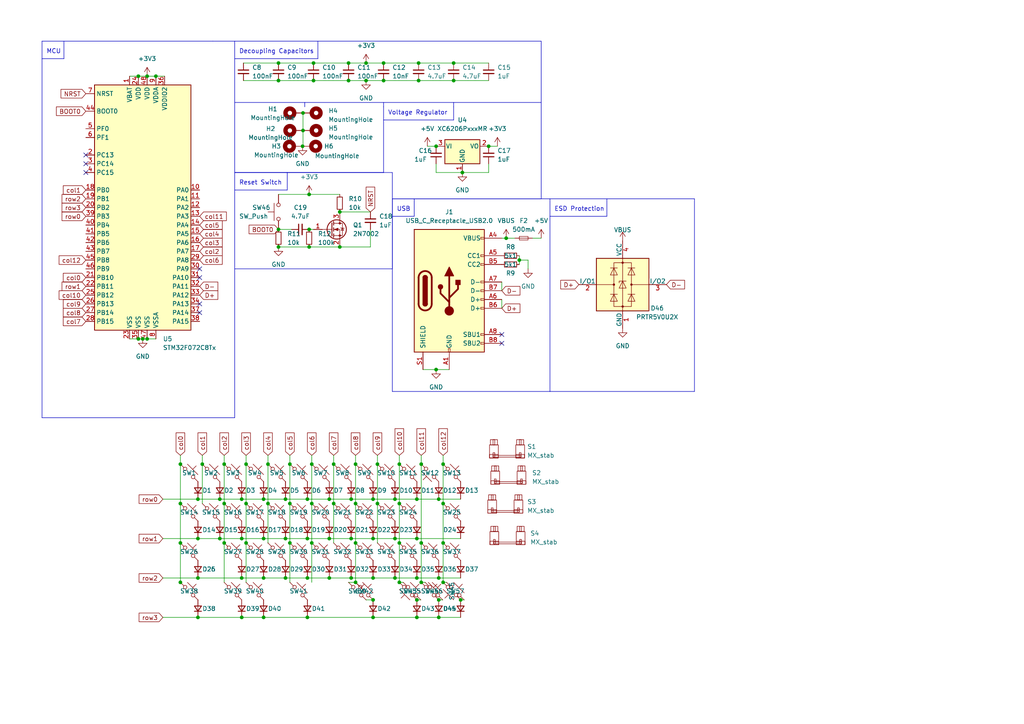
<source format=kicad_sch>
(kicad_sch (version 20230221) (generator eeschema)
  (paper "A4")
  (junction (at 114.554 167.64))
  (junction (at 150.622 75.438))
  (junction (at 103.124 146.05))
  (junction (at 89.154 179.07))
  (junction (at 128.524 157.48))
  (junction (at 108.204 179.07))
  (junction (at 57.404 179.07))
  (junction (at 84.074 157.48))
  (junction (at 65.024 134.62))
  (junction (at 71.374 134.62))
  (junction (at 131.572 23.368))
  (junction (at 103.124 168.91))
  (junction (at 77.724 134.62))
  (junction (at 80.772 66.548))
  (junction (at 109.474 146.05))
  (junction (at 65.024 146.05))
  (junction (at 90.424 134.62))
  (junction (at 87.757 42.418))
  (junction (at 52.324 134.62))
  (junction (at 121.412 23.368))
  (junction (at 58.674 134.62))
  (junction (at 127.254 144.78))
  (junction (at 115.824 168.91))
  (junction (at 80.772 71.628))
  (junction (at 101.092 18.288))
  (junction (at 45.212 22.098))
  (junction (at 89.662 71.628))
  (junction (at 70.104 167.64))
  (junction (at 101.854 167.64))
  (junction (at 90.424 146.05))
  (junction (at 141.732 42.418))
  (junction (at 101.092 23.368))
  (junction (at 89.662 56.388))
  (junction (at 131.572 18.288))
  (junction (at 57.404 156.21))
  (junction (at 90.932 18.288))
  (junction (at 108.204 144.78))
  (junction (at 71.374 146.05))
  (junction (at 76.454 144.78))
  (junction (at 76.454 156.21))
  (junction (at 108.204 173.99))
  (junction (at 126.492 42.418))
  (junction (at 134.112 50.038))
  (junction (at 128.524 146.05))
  (junction (at 41.402 98.298))
  (junction (at 103.124 157.48))
  (junction (at 52.324 168.91))
  (junction (at 121.412 18.288))
  (junction (at 89.154 167.64))
  (junction (at 106.172 18.288))
  (junction (at 82.804 144.78))
  (junction (at 126.492 107.188))
  (junction (at 76.454 167.64))
  (junction (at 52.324 146.05))
  (junction (at 108.204 167.64))
  (junction (at 82.804 156.21))
  (junction (at 96.774 146.05))
  (junction (at 115.824 157.48))
  (junction (at 89.154 144.78))
  (junction (at 95.504 156.21))
  (junction (at 122.174 157.48))
  (junction (at 42.672 98.298))
  (junction (at 111.252 18.288))
  (junction (at 65.024 157.48))
  (junction (at 120.904 167.64))
  (junction (at 127.254 179.07))
  (junction (at 80.772 18.288))
  (junction (at 87.884 32.766))
  (junction (at 103.124 134.62))
  (junction (at 77.724 146.05))
  (junction (at 52.324 157.48))
  (junction (at 120.904 173.99))
  (junction (at 40.132 22.098))
  (junction (at 146.812 69.088))
  (junction (at 111.252 23.368))
  (junction (at 84.074 134.62))
  (junction (at 98.552 71.628))
  (junction (at 95.504 144.78))
  (junction (at 76.454 179.07))
  (junction (at 82.804 167.64))
  (junction (at 42.672 22.098))
  (junction (at 120.904 179.07))
  (junction (at 128.524 168.91))
  (junction (at 133.604 173.99))
  (junction (at 70.104 179.07))
  (junction (at 122.174 168.91))
  (junction (at 96.774 134.62))
  (junction (at 70.104 144.78))
  (junction (at 101.854 156.21))
  (junction (at 114.554 144.78))
  (junction (at 57.404 144.78))
  (junction (at 63.754 144.78))
  (junction (at 115.824 134.62))
  (junction (at 106.172 23.368))
  (junction (at 127.254 173.99))
  (junction (at 108.204 156.21))
  (junction (at 71.374 157.48))
  (junction (at 101.854 144.78))
  (junction (at 120.904 144.78))
  (junction (at 40.132 98.298))
  (junction (at 90.932 23.368))
  (junction (at 84.074 146.05))
  (junction (at 57.404 167.64))
  (junction (at 63.754 156.21))
  (junction (at 115.824 146.05))
  (junction (at 127.254 167.64))
  (junction (at 89.154 156.21))
  (junction (at 122.174 134.62))
  (junction (at 109.474 134.62))
  (junction (at 89.662 66.548))
  (junction (at 120.904 156.21))
  (junction (at 95.504 167.64))
  (junction (at 128.524 134.62))
  (junction (at 98.552 61.468))
  (junction (at 70.104 156.21))
  (junction (at 90.424 157.48))
  (junction (at 80.772 23.368))
  (junction (at 114.554 156.21))
  (junction (at 87.884 37.846))
  (no_connect (at 145.542 99.568))
  (no_connect (at 57.912 80.518))
  (no_connect (at 24.892 47.498))
  (no_connect (at 145.542 97.028))
  (no_connect (at 57.912 90.678))
  (no_connect (at 57.912 77.978))
  (no_connect (at 24.892 44.958))
  (no_connect (at 57.912 88.138))
  (no_connect (at 24.892 50.038))
  (wire (pts (xy 52.324 132.08) (xy 52.324 134.62)))
  (wire (pts (xy 70.104 179.07) (xy 76.454 179.07)))
  (wire (pts (xy 42.672 98.298) (xy 45.212 98.298)))
  (polyline (pts (xy 61.722 11.938) (xy 12.192 11.938)))
  (wire (pts (xy 87.884 37.846) (xy 87.884 42.418)))
  (wire (pts (xy 70.612 23.368) (xy 80.772 23.368)))
  (wire (pts (xy 101.092 168.91) (xy 103.124 168.91)))
  (wire (pts (xy 123.952 42.418) (xy 126.492 42.418)))
  (polyline (pts (xy 120.142 62.738) (xy 120.142 57.658)))
  (wire (pts (xy 52.324 157.48) (xy 52.324 168.91)))
  (wire (pts (xy 107.442 71.628) (xy 107.442 66.548)))
  (wire (pts (xy 115.824 157.48) (xy 115.824 168.91)))
  (wire (pts (xy 122.174 134.62) (xy 122.174 157.48)))
  (wire (pts (xy 42.672 22.098) (xy 45.212 22.098)))
  (polyline (pts (xy 156.972 57.658) (xy 156.972 11.938)))
  (wire (pts (xy 120.904 173.99) (xy 122.047 173.99)))
  (wire (pts (xy 52.324 146.05) (xy 52.324 157.48)))
  (polyline (pts (xy 18.542 11.938) (xy 18.542 17.018)))
  (wire (pts (xy 150.622 74.168) (xy 150.622 75.438)))
  (wire (pts (xy 47.244 144.78) (xy 57.404 144.78)))
  (wire (pts (xy 109.474 134.62) (xy 109.474 146.05)))
  (wire (pts (xy 150.622 75.438) (xy 153.162 75.438)))
  (wire (pts (xy 89.154 167.64) (xy 95.504 167.64)))
  (wire (pts (xy 103.124 132.08) (xy 103.124 134.62)))
  (wire (pts (xy 121.412 23.368) (xy 131.572 23.368)))
  (wire (pts (xy 80.772 18.288) (xy 90.932 18.288)))
  (polyline (pts (xy 159.512 57.658) (xy 159.512 113.538)))
  (wire (pts (xy 131.572 18.288) (xy 141.732 18.288)))
  (wire (pts (xy 87.757 42.418) (xy 87.884 42.418)))
  (polyline (pts (xy 201.422 57.658) (xy 159.512 57.658)))
  (polyline (pts (xy 61.722 11.938) (xy 68.072 11.938)))
  (wire (pts (xy 37.592 22.098) (xy 40.132 22.098)))
  (polyline (pts (xy 111.252 50.038) (xy 111.252 30.988)))
  (wire (pts (xy 127.254 144.78) (xy 133.604 144.78)))
  (wire (pts (xy 101.854 156.21) (xy 108.204 156.21)))
  (polyline (pts (xy 68.072 17.018) (xy 92.202 17.018)))
  (wire (pts (xy 90.932 18.288) (xy 101.092 18.288)))
  (wire (pts (xy 84.074 132.08) (xy 84.074 134.62)))
  (wire (pts (xy 115.824 168.91) (xy 116.967 168.91)))
  (polyline (pts (xy 113.792 50.038) (xy 68.072 50.038)))
  (polyline (pts (xy 111.252 29.718) (xy 111.252 30.988)))
  (wire (pts (xy 109.474 146.05) (xy 109.474 157.48)))
  (polyline (pts (xy 12.192 11.938) (xy 12.192 121.158)))
  (wire (pts (xy 70.104 156.21) (xy 76.454 156.21)))
  (polyline (pts (xy 176.022 62.738) (xy 176.022 57.658)))
  (wire (pts (xy 90.424 146.05) (xy 90.424 157.48)))
  (wire (pts (xy 84.074 134.62) (xy 84.074 146.05)))
  (wire (pts (xy 96.774 132.08) (xy 96.774 134.62)))
  (wire (pts (xy 71.374 146.05) (xy 71.374 157.48)))
  (wire (pts (xy 71.374 134.62) (xy 71.374 146.05)))
  (polyline (pts (xy 113.792 113.538) (xy 113.792 57.658)))
  (wire (pts (xy 120.904 144.78) (xy 127.254 144.78)))
  (wire (pts (xy 126.492 50.038) (xy 126.492 47.498)))
  (wire (pts (xy 82.804 167.64) (xy 89.154 167.64)))
  (wire (pts (xy 114.554 167.64) (xy 120.904 167.64)))
  (wire (pts (xy 114.554 144.78) (xy 120.904 144.78)))
  (wire (pts (xy 63.754 156.21) (xy 70.104 156.21)))
  (wire (pts (xy 98.552 61.468) (xy 107.442 61.468)))
  (wire (pts (xy 52.324 168.91) (xy 52.451 168.91)))
  (wire (pts (xy 103.124 146.05) (xy 103.124 157.48)))
  (wire (pts (xy 141.732 42.418) (xy 144.272 42.418)))
  (wire (pts (xy 146.812 69.088) (xy 149.352 69.088)))
  (wire (pts (xy 90.424 134.62) (xy 90.424 146.05)))
  (polyline (pts (xy 88.392 29.718) (xy 88.392 30.988)))
  (wire (pts (xy 41.402 98.298) (xy 42.672 98.298)))
  (wire (pts (xy 96.774 134.62) (xy 96.774 146.05)))
  (wire (pts (xy 40.132 22.098) (xy 42.672 22.098)))
  (wire (pts (xy 47.244 156.21) (xy 57.404 156.21)))
  (wire (pts (xy 89.662 66.548) (xy 90.932 66.548)))
  (wire (pts (xy 63.754 144.78) (xy 70.104 144.78)))
  (wire (pts (xy 127.254 179.07) (xy 133.604 179.07)))
  (wire (pts (xy 77.724 146.05) (xy 77.724 157.48)))
  (polyline (pts (xy 111.252 34.798) (xy 131.572 34.798)))
  (wire (pts (xy 122.682 107.188) (xy 126.492 107.188)))
  (wire (pts (xy 145.542 86.868) (xy 145.542 89.408)))
  (wire (pts (xy 131.572 23.368) (xy 141.732 23.368)))
  (wire (pts (xy 127.254 167.64) (xy 133.604 167.64)))
  (wire (pts (xy 65.024 134.62) (xy 65.024 146.05)))
  (wire (pts (xy 120.904 179.07) (xy 127.254 179.07)))
  (polyline (pts (xy 68.072 55.118) (xy 83.312 55.118)))
  (wire (pts (xy 57.404 167.64) (xy 70.104 167.64)))
  (wire (pts (xy 89.662 71.628) (xy 98.552 71.628)))
  (wire (pts (xy 101.092 23.368) (xy 106.172 23.368)))
  (wire (pts (xy 89.154 144.78) (xy 95.504 144.78)))
  (polyline (pts (xy 131.572 34.798) (xy 131.572 30.988)))
  (wire (pts (xy 80.772 23.368) (xy 90.932 23.368)))
  (wire (pts (xy 52.324 134.62) (xy 52.324 146.05)))
  (wire (pts (xy 103.124 134.62) (xy 103.124 146.05)))
  (wire (pts (xy 103.124 157.48) (xy 103.124 168.91)))
  (polyline (pts (xy 83.312 55.118) (xy 83.312 50.038)))
  (polyline (pts (xy 131.572 29.718) (xy 131.572 30.988)))
  (polyline (pts (xy 12.192 121.158) (xy 68.072 121.158)))
  (wire (pts (xy 89.662 56.388) (xy 80.772 56.388)))
  (wire (pts (xy 95.504 167.64) (xy 101.854 167.64)))
  (wire (pts (xy 87.884 32.766) (xy 87.884 37.846)))
  (wire (pts (xy 58.674 132.08) (xy 58.674 134.62)))
  (wire (pts (xy 154.432 69.088) (xy 156.972 69.088)))
  (polyline (pts (xy 68.072 77.978) (xy 113.792 77.978)))
  (wire (pts (xy 57.404 144.78) (xy 63.754 144.78)))
  (polyline (pts (xy 12.192 17.018) (xy 18.542 17.018)))
  (polyline (pts (xy 113.792 57.658) (xy 159.512 57.658)))
  (wire (pts (xy 77.724 134.62) (xy 77.724 146.05)))
  (wire (pts (xy 153.162 75.438) (xy 153.162 77.978)))
  (polyline (pts (xy 68.072 121.158) (xy 68.072 11.938)))
  (wire (pts (xy 95.504 144.78) (xy 101.854 144.78)))
  (wire (pts (xy 76.454 156.21) (xy 82.804 156.21)))
  (wire (pts (xy 95.504 156.21) (xy 101.854 156.21)))
  (wire (pts (xy 37.592 98.298) (xy 40.132 98.298)))
  (wire (pts (xy 141.732 50.038) (xy 134.112 50.038)))
  (wire (pts (xy 71.374 157.48) (xy 71.374 168.91)))
  (wire (pts (xy 70.104 144.78) (xy 76.454 144.78)))
  (wire (pts (xy 120.904 156.21) (xy 133.604 156.21)))
  (wire (pts (xy 115.824 132.08) (xy 115.824 134.62)))
  (wire (pts (xy 89.154 156.21) (xy 95.504 156.21)))
  (wire (pts (xy 108.204 167.64) (xy 114.554 167.64)))
  (wire (pts (xy 106.172 173.99) (xy 108.204 173.99)))
  (wire (pts (xy 122.174 168.91) (xy 123.317 168.91)))
  (wire (pts (xy 106.172 23.368) (xy 111.252 23.368)))
  (wire (pts (xy 108.204 179.07) (xy 120.904 179.07)))
  (polyline (pts (xy 113.792 50.038) (xy 113.792 77.978)))
  (wire (pts (xy 70.104 167.64) (xy 76.454 167.64)))
  (wire (pts (xy 80.772 66.548) (xy 84.582 66.548)))
  (wire (pts (xy 40.132 98.298) (xy 41.402 98.298)))
  (wire (pts (xy 101.854 167.64) (xy 108.204 167.64)))
  (wire (pts (xy 89.662 56.388) (xy 98.552 56.388)))
  (wire (pts (xy 80.772 71.628) (xy 89.662 71.628)))
  (polyline (pts (xy 201.422 113.538) (xy 201.422 57.658)))
  (wire (pts (xy 101.092 18.288) (xy 106.172 18.288)))
  (polyline (pts (xy 68.072 11.938) (xy 156.972 11.938)))
  (wire (pts (xy 84.074 157.48) (xy 84.074 168.91)))
  (wire (pts (xy 109.474 132.08) (xy 109.474 134.62)))
  (wire (pts (xy 76.454 144.78) (xy 82.804 144.78)))
  (wire (pts (xy 115.824 146.05) (xy 115.824 157.48)))
  (wire (pts (xy 127.254 173.99) (xy 128.397 173.99)))
  (wire (pts (xy 70.612 18.288) (xy 80.772 18.288)))
  (wire (pts (xy 114.554 156.21) (xy 120.904 156.21)))
  (wire (pts (xy 76.454 167.64) (xy 82.804 167.64)))
  (wire (pts (xy 84.074 146.05) (xy 84.074 157.48)))
  (wire (pts (xy 145.542 81.788) (xy 145.542 84.328)))
  (wire (pts (xy 65.024 157.48) (xy 65.024 168.91)))
  (wire (pts (xy 96.774 146.05) (xy 96.774 157.48)))
  (wire (pts (xy 128.524 157.48) (xy 128.524 168.91)))
  (wire (pts (xy 77.724 132.08) (xy 77.724 134.62)))
  (wire (pts (xy 47.244 179.07) (xy 57.404 179.07)))
  (polyline (pts (xy 156.972 29.718) (xy 68.072 29.718)))
  (wire (pts (xy 90.932 23.368) (xy 101.092 23.368)))
  (wire (pts (xy 134.112 50.038) (xy 126.492 50.038)))
  (wire (pts (xy 133.604 173.99) (xy 134.62 173.99)))
  (wire (pts (xy 111.252 23.368) (xy 121.412 23.368)))
  (wire (pts (xy 58.674 134.62) (xy 58.674 146.05)))
  (polyline (pts (xy 113.792 62.738) (xy 120.142 62.738)))
  (wire (pts (xy 122.174 132.08) (xy 122.174 134.62)))
  (wire (pts (xy 82.804 156.21) (xy 89.154 156.21)))
  (wire (pts (xy 106.172 18.288) (xy 111.252 18.288)))
  (wire (pts (xy 71.374 132.08) (xy 71.374 134.62)))
  (wire (pts (xy 108.204 144.78) (xy 114.554 144.78)))
  (polyline (pts (xy 159.512 113.538) (xy 201.422 113.538)))
  (polyline (pts (xy 68.072 50.038) (xy 111.252 50.038)))
  (wire (pts (xy 98.552 71.628) (xy 107.442 71.628)))
  (wire (pts (xy 150.622 75.438) (xy 150.622 76.708)))
  (wire (pts (xy 146.812 69.088) (xy 145.542 69.088)))
  (wire (pts (xy 108.204 156.21) (xy 114.554 156.21)))
  (wire (pts (xy 65.024 146.05) (xy 65.024 157.48)))
  (wire (pts (xy 128.524 132.08) (xy 128.524 134.62)))
  (wire (pts (xy 122.174 157.48) (xy 122.174 168.91)))
  (wire (pts (xy 101.854 144.78) (xy 108.204 144.78)))
  (wire (pts (xy 126.492 107.188) (xy 130.302 107.188)))
  (wire (pts (xy 121.412 18.288) (xy 131.572 18.288)))
  (wire (pts (xy 65.024 132.08) (xy 65.024 134.62)))
  (wire (pts (xy 115.824 134.62) (xy 115.824 146.05)))
  (wire (pts (xy 141.732 47.498) (xy 141.732 50.038)))
  (wire (pts (xy 57.404 179.07) (xy 70.104 179.07)))
  (polyline (pts (xy 159.512 113.538) (xy 113.792 113.538)))
  (polyline (pts (xy 159.512 62.738) (xy 176.022 62.738)))
  (wire (pts (xy 45.212 22.098) (xy 47.752 22.098)))
  (wire (pts (xy 111.252 18.288) (xy 121.412 18.288)))
  (wire (pts (xy 57.404 156.21) (xy 63.754 156.21)))
  (wire (pts (xy 76.454 179.07) (xy 89.154 179.07)))
  (wire (pts (xy 120.904 167.64) (xy 127.254 167.64)))
  (polyline (pts (xy 92.202 11.938) (xy 92.202 17.018)))
  (wire (pts (xy 82.804 144.78) (xy 89.154 144.78)))
  (wire (pts (xy 128.524 134.62) (xy 128.524 146.05)))
  (wire (pts (xy 90.424 157.48) (xy 90.424 168.91)))
  (wire (pts (xy 89.154 179.07) (xy 108.204 179.07)))
  (wire (pts (xy 128.524 146.05) (xy 128.524 157.48)))
  (polyline (pts (xy 156.972 57.658) (xy 113.792 57.658)))
  (wire (pts (xy 90.424 132.08) (xy 90.424 134.62)))
  (wire (pts (xy 128.524 168.91) (xy 129.54 168.91)))
  (wire (pts (xy 47.244 167.64) (xy 57.404 167.64)))
  (text "Voltage Regulator" (at 112.522 33.528 0) (effects (font (size 1.27 1.27)) (justify left bottom)))
  (text "ESD Protection\n" (at 160.782 61.468 0) (effects (font (size 1.27 1.27)) (justify left bottom)))
  (text "Decoupling Capacitors\n" (at 69.342 15.748 0) (effects (font (size 1.27 1.27)) (justify left bottom)))
  (text "USB\n" (at 115.062 61.468 0) (effects (font (size 1.27 1.27)) (justify left bottom)))
  (text "Reset Switch" (at 69.342 53.848 0) (effects (font (size 1.27 1.27)) (justify left bottom)))
  (text "MCU" (at 13.462 15.748 0) (effects (font (size 1.27 1.27)) (justify left bottom)))
  (global_label "col10" (shape input) (at 115.824 132.08 90) (property "Intersheetrefs" "${INTERSHEET_REFS}" (effects hide)))
  (global_label "D+" (shape input) (at 57.912 85.598 0) (property "Intersheetrefs" "${INTERSHEET_REFS}" (effects hide)))
  (global_label "col10" (shape input) (at 24.892 85.598 180) (property "Intersheetrefs" "${INTERSHEET_REFS}" (effects hide)))
  (global_label "D-" (shape input) (at 57.912 83.058 0) (property "Intersheetrefs" "${INTERSHEET_REFS}" (effects hide)))
  (global_label "col1" (shape input) (at 58.674 132.08 90) (property "Intersheetrefs" "${INTERSHEET_REFS}" (effects hide)))
  (global_label "col3" (shape input) (at 71.374 132.08 90) (property "Intersheetrefs" "${INTERSHEET_REFS}" (effects hide)))
  (global_label "NRST" (shape input) (at 24.892 27.178 180) (property "Intersheetrefs" "${INTERSHEET_REFS}" (effects hide)))
  (global_label "col0" (shape input) (at 24.892 80.518 180) (property "Intersheetrefs" "${INTERSHEET_REFS}" (effects hide)))
  (global_label "NRST" (shape input) (at 107.442 61.468 90) (property "Intersheetrefs" "${INTERSHEET_REFS}" (effects hide)))
  (global_label "col11" (shape input) (at 57.912 62.738 0) (property "Intersheetrefs" "${INTERSHEET_REFS}" (effects hide)))
  (global_label "col12" (shape input) (at 128.524 132.08 90) (property "Intersheetrefs" "${INTERSHEET_REFS}" (effects hide)))
  (global_label "row3" (shape input) (at 47.244 179.07 180) (property "Intersheetrefs" "${INTERSHEET_REFS}" (effects hide)))
  (global_label "col8" (shape input) (at 24.892 90.678 180) (property "Intersheetrefs" "${INTERSHEET_REFS}" (effects hide)))
  (global_label "row3" (shape input) (at 24.892 60.198 180) (property "Intersheetrefs" "${INTERSHEET_REFS}" (effects hide)))
  (global_label "col11" (shape input) (at 122.174 132.08 90) (property "Intersheetrefs" "${INTERSHEET_REFS}" (effects hide)))
  (global_label "D+" (shape input) (at 167.894 82.55 180) (property "Intersheetrefs" "${INTERSHEET_REFS}" (effects hide)))
  (global_label "BOOT0" (shape input) (at 80.772 66.548 180) (property "Intersheetrefs" "${INTERSHEET_REFS}" (effects hide)))
  (global_label "D+" (shape input) (at 145.542 89.408 0) (property "Intersheetrefs" "${INTERSHEET_REFS}" (effects hide)))
  (global_label "col9" (shape input) (at 109.474 132.08 90) (property "Intersheetrefs" "${INTERSHEET_REFS}" (effects hide)))
  (global_label "D-" (shape input) (at 145.542 84.328 0) (property "Intersheetrefs" "${INTERSHEET_REFS}" (effects hide)))
  (global_label "D-" (shape input) (at 193.294 82.55 0) (property "Intersheetrefs" "${INTERSHEET_REFS}" (effects hide)))
  (global_label "col8" (shape input) (at 103.124 132.08 90) (property "Intersheetrefs" "${INTERSHEET_REFS}" (effects hide)))
  (global_label "col4" (shape input) (at 57.912 67.818 0) (property "Intersheetrefs" "${INTERSHEET_REFS}" (effects hide)))
  (global_label "row1" (shape input) (at 24.892 83.058 180) (property "Intersheetrefs" "${INTERSHEET_REFS}" (effects hide)))
  (global_label "row2" (shape input) (at 47.244 167.64 180) (property "Intersheetrefs" "${INTERSHEET_REFS}" (effects hide)))
  (global_label "col12" (shape input) (at 24.892 75.438 180) (property "Intersheetrefs" "${INTERSHEET_REFS}" (effects hide)))
  (global_label "col7" (shape input) (at 96.774 132.08 90) (property "Intersheetrefs" "${INTERSHEET_REFS}" (effects hide)))
  (global_label "col7" (shape input) (at 24.892 93.218 180) (property "Intersheetrefs" "${INTERSHEET_REFS}" (effects hide)))
  (global_label "col5" (shape input) (at 84.074 132.08 90) (property "Intersheetrefs" "${INTERSHEET_REFS}" (effects hide)))
  (global_label "row0" (shape input) (at 24.892 62.738 180) (property "Intersheetrefs" "${INTERSHEET_REFS}" (effects hide)))
  (global_label "row2" (shape input) (at 24.892 57.658 180) (property "Intersheetrefs" "${INTERSHEET_REFS}" (effects hide)))
  (global_label "col0" (shape input) (at 52.324 132.08 90) (property "Intersheetrefs" "${INTERSHEET_REFS}" (effects hide)))
  (global_label "col1" (shape input) (at 24.892 55.118 180) (property "Intersheetrefs" "${INTERSHEET_REFS}" (effects hide)))
  (global_label "col2" (shape input) (at 65.024 132.08 90) (property "Intersheetrefs" "${INTERSHEET_REFS}" (effects hide)))
  (global_label "BOOT0" (shape input) (at 24.892 32.258 180) (property "Intersheetrefs" "${INTERSHEET_REFS}" (effects hide)))
  (global_label "col5" (shape input) (at 57.912 65.278 0) (property "Intersheetrefs" "${INTERSHEET_REFS}" (effects hide)))
  (global_label "col4" (shape input) (at 77.724 132.08 90) (property "Intersheetrefs" "${INTERSHEET_REFS}" (effects hide)))
  (global_label "row1" (shape input) (at 47.244 156.21 180) (property "Intersheetrefs" "${INTERSHEET_REFS}" (effects hide)))
  (global_label "col9" (shape input) (at 24.892 88.138 180) (property "Intersheetrefs" "${INTERSHEET_REFS}" (effects hide)))
  (global_label "row0" (shape input) (at 47.244 144.78 180) (property "Intersheetrefs" "${INTERSHEET_REFS}" (effects hide)))
  (global_label "col3" (shape input) (at 57.912 70.358 0) (property "Intersheetrefs" "${INTERSHEET_REFS}" (effects hide)))
  (global_label "col2" (shape input) (at 57.912 72.898 0) (property "Intersheetrefs" "${INTERSHEET_REFS}" (effects hide)))
  (global_label "col6" (shape input) (at 90.424 132.08 90) (property "Intersheetrefs" "${INTERSHEET_REFS}" (effects hide)))
  (global_label "col6" (shape input) (at 57.912 75.438 0) (property "Intersheetrefs" "${INTERSHEET_REFS}" (effects hide)))
  (symbol (lib_id "marbastlib-mx:MX_SW_solder") (at 54.864 160.02 0) (unit 1)
    (property "Reference" "SW26" (at 54.864 160.02 0))
    (property "Value" "MX_SW_solder" (effects hide))
    (property "Footprint" "marbastlib-mx:SW_MX_1.75u" (effects hide))
  )
  (symbol (lib_id "power:+3V3") (at 89.662 56.388 0) (unit 1)
    (property "Reference" "#PWR013" (effects hide))
    (property "Value" "+3V3" (at 89.662 51.308 0))
  )
  (symbol (lib_id "Device:D_Small") (at 133.604 153.67 90) (unit 1)
    (property "Reference" "D25" (at 58.674 165.1 90) (effects (justify right)))
    (property "Value" "D_Small" (effects hide))
    (property "Footprint" "Diode_SMD:D_SOD-123" (effects hide))
    (property "Sim.Device" "D" (effects hide))
    (property "Sim.Pins" "1=K 2=A" (effects hide))
  )
  (symbol (lib_id "marbastlib-mx:MX_SW_solder") (at 112.014 148.59 0) (unit 1)
    (property "Reference" "SW23" (at 112.014 148.59 0))
    (property "Value" "MX_SW_solder" (effects hide))
    (property "Footprint" "marbastlib-mx:SW_MX_1u" (effects hide))
  )
  (symbol (lib_id "Mechanical:MountingHole_Pad") (at 85.344 32.766 90) (unit 1)
    (property "Reference" "H1" (at 79.121 31.623 90))
    (property "Value" "MountingHole" (at 79.121 34.163 90))
    (property "Footprint" "MountingHole:MountingHole_2.2mm_M2_DIN965_Pad" (effects hide))
  )
  (symbol (lib_id "power:GND") (at 80.772 71.628 0) (unit 1)
    (property "Reference" "#PWR014" (effects hide))
    (property "Value" "GND" (at 80.772 76.708 0))
  )
  (symbol (lib_id "Device:D_Small") (at 120.904 142.24 90) (unit 1)
    (property "Reference" "D11" (at 122.174 142.24 90) (effects (justify right)))
    (property "Value" "D_Small" (effects hide))
    (property "Footprint" "Diode_SMD:D_SOD-123" (effects hide))
    (property "Sim.Device" "D" (effects hide))
    (property "Sim.Pins" "1=K 2=A" (effects hide))
  )
  (symbol (lib_id "marbastlib-mx:MX_SW_solder") (at 61.214 148.59 0) (unit 1)
    (property "Reference" "SW15" (at 61.214 148.59 0))
    (property "Value" "MX_SW_solder" (effects hide))
    (property "Footprint" "marbastlib-mx:SW_MX_1u" (effects hide))
  )
  (symbol (lib_id "Device:D_Small") (at 127.254 165.1 90) (unit 1)
    (property "Reference" "D36" (at 128.524 165.1 90) (effects (justify right)))
    (property "Value" "D_Small" (effects hide))
    (property "Footprint" "Diode_SMD:D_SOD-123" (effects hide))
    (property "Sim.Device" "D" (effects hide))
    (property "Sim.Pins" "1=K 2=A" (effects hide))
  )
  (symbol (lib_id "Device:D_Small") (at 89.154 165.1 90) (unit 1)
    (property "Reference" "D30" (at 90.424 165.1 90) (effects (justify right)))
    (property "Value" "D_Small" (effects hide))
    (property "Footprint" "Diode_SMD:D_SOD-123" (effects hide))
    (property "Sim.Device" "D" (effects hide))
    (property "Sim.Pins" "1=K 2=A" (effects hide))
  )
  (symbol (lib_id "Switch:SW_Push") (at 80.772 61.468 90) (unit 1)
    (property "Reference" "SW46" (at 73.152 60.198 90) (effects (justify right)))
    (property "Value" "SW_Push" (at 69.342 62.738 90) (effects (justify right)))
    (property "Footprint" "Button_Switch_SMD:SW_SPST_TL3342" (effects hide))
  )
  (symbol (lib_id "Device:D_Small") (at 127.254 142.24 90) (unit 1)
    (property "Reference" "D12" (at 128.524 142.24 90) (effects (justify right)))
    (property "Value" "D_Small" (effects hide))
    (property "Footprint" "Diode_SMD:D_SOD-123" (effects hide))
    (property "Sim.Device" "D" (effects hide))
    (property "Sim.Pins" "1=K 2=A" (effects hide))
  )
  (symbol (lib_id "marbastlib-mx:MX_SW_solder") (at 61.214 137.16 0) (unit 1)
    (property "Reference" "SW2" (at 61.214 137.16 0))
    (property "Value" "MX_SW_solder" (effects hide))
    (property "Footprint" "marbastlib-mx:SW_MX_1u" (effects hide))
  )
  (symbol (lib_id "marbastlib-mx:MX_SW_solder") (at 105.664 148.59 0) (unit 1)
    (property "Reference" "SW22" (at 105.664 148.59 0))
    (property "Value" "MX_SW_solder" (effects hide))
    (property "Footprint" "marbastlib-mx:SW_MX_1u" (effects hide))
  )
  (symbol (lib_id "marbastlib-mx:MX_SW_solder") (at 73.914 137.16 0) (unit 1)
    (property "Reference" "SW4" (at 73.914 137.16 0))
    (property "Value" "MX_SW_solder" (effects hide))
    (property "Footprint" "marbastlib-mx:SW_MX_1u" (effects hide))
  )
  (symbol (lib_id "Device:D_Small") (at 76.454 153.67 90) (unit 1)
    (property "Reference" "D17" (at 77.724 153.67 90) (effects (justify right)))
    (property "Value" "D_Small" (effects hide))
    (property "Footprint" "Diode_SMD:D_SOD-123" (effects hide))
    (property "Sim.Device" "D" (effects hide))
    (property "Sim.Pins" "1=K 2=A" (effects hide))
  )
  (symbol (lib_id "Device:C_Small") (at 87.122 66.548 90) (unit 1)
    (property "Reference" "C19" (at 87.1283 60.198 90))
    (property "Value" "4.7uF" (at 87.1283 62.738 90))
    (property "Footprint" "Capacitor_SMD:C_0402_1005Metric" (effects hide))
  )
  (symbol (lib_id "marbastlib-mx:MX_SW_solder") (at 80.264 148.59 0) (unit 1)
    (property "Reference" "SW18" (at 80.264 148.59 0))
    (property "Value" "MX_SW_solder" (effects hide))
    (property "Footprint" "marbastlib-mx:SW_MX_1u" (effects hide))
  )
  (symbol (lib_id "Device:C_Small") (at 107.442 64.008 0) (unit 1)
    (property "Reference" "C18" (at 109.982 62.7442 0) (effects (justify left)))
    (property "Value" "1uF" (at 109.982 65.2842 0) (effects (justify left)))
    (property "Footprint" "Capacitor_SMD:C_0402_1005Metric" (effects hide))
  )
  (symbol (lib_id "Device:D_Small") (at 70.104 176.53 90) (unit 1)
    (property "Reference" "D39" (at 71.374 176.53 90) (effects (justify right)))
    (property "Value" "D_Small" (effects hide))
    (property "Footprint" "Diode_SMD:D_SOD-123" (effects hide))
    (property "Sim.Device" "D" (effects hide))
    (property "Sim.Pins" "1=K 2=A" (effects hide))
  )
  (symbol (lib_id "Device:D_Small") (at 95.504 165.1 90) (unit 1)
    (property "Reference" "D31" (at 96.774 165.1 90) (effects (justify right)))
    (property "Value" "D_Small" (effects hide))
    (property "Footprint" "Diode_SMD:D_SOD-123" (effects hide))
    (property "Sim.Device" "D" (effects hide))
    (property "Sim.Pins" "1=K 2=A" (effects hide))
  )
  (symbol (lib_id "Device:D_Small") (at 133.604 176.53 270) (mirror x) (unit 1)
    (property "Reference" "D45" (at 132.334 176.53 90) (effects (justify right)))
    (property "Value" "D_Small" (effects hide))
    (property "Footprint" "Diode_SMD:D_SOD-123" (effects hide))
    (property "Sim.Device" "D" (effects hide))
    (property "Sim.Pins" "1=K 2=A" (effects hide))
  )
  (symbol (lib_id "Device:D_Small") (at 76.454 165.1 90) (unit 1)
    (property "Reference" "D28" (at 77.724 165.1 90) (effects (justify right)))
    (property "Value" "D_Small" (effects hide))
    (property "Footprint" "Diode_SMD:D_SOD-123" (effects hide))
    (property "Sim.Device" "D" (effects hide))
    (property "Sim.Pins" "1=K 2=A" (effects hide))
  )
  (symbol (lib_id "Device:R_Small") (at 89.662 69.088 0) (unit 1)
    (property "Reference" "R12" (at 92.202 67.8179 0) (effects (justify left)))
    (property "Value" "100k" (at 92.202 70.3579 0) (effects (justify left)))
    (property "Footprint" "Resistor_SMD:R_0402_1005Metric" (effects hide))
  )
  (symbol (lib_id "Device:D_Small") (at 82.804 142.24 90) (unit 1)
    (property "Reference" "D5" (at 84.074 142.24 90) (effects (justify right)))
    (property "Value" "D_Small" (effects hide))
    (property "Footprint" "Diode_SMD:D_SOD-123" (effects hide))
    (property "Sim.Device" "D" (effects hide))
    (property "Sim.Pins" "1=K 2=A" (effects hide))
  )
  (symbol (lib_id "marbastlib-mx:MX_SW_solder") (at 131.064 137.16 0) (unit 1)
    (property "Reference" "SW13" (at 131.064 137.16 0))
    (property "Value" "MX_SW_solder" (effects hide))
    (property "Footprint" "marbastlib-mx:SW_MX_1u" (effects hide))
  )
  (symbol (lib_id "marbastlib-mx:MX_stab") (at 147.066 130.302 0) (unit 1)
    (property "Reference" "S1" (at 152.908 129.54 0) (effects (justify left)))
    (property "Value" "MX_stab" (at 152.908 132.08 0) (effects (justify left)))
    (property "Footprint" "marbastlib-mx:STAB_MX_2.75u" (effects hide))
  )
  (symbol (lib_id "marbastlib-mx:MX_SW_solder") (at 92.964 160.02 0) (unit 1)
    (property "Reference" "SW31" (at 92.964 160.02 0))
    (property "Value" "MX_SW_solder" (effects hide))
    (property "Footprint" "marbastlib-mx:SW_MX_1u" (effects hide))
  )
  (symbol (lib_id "marbastlib-mx:MX_SW_solder") (at 73.914 160.02 0) (unit 1)
    (property "Reference" "SW28" (at 73.914 160.02 0))
    (property "Value" "MX_SW_solder" (effects hide))
    (property "Footprint" "marbastlib-mx:SW_MX_1u" (effects hide))
  )
  (symbol (lib_id "Device:C_Small") (at 90.932 20.828 0) (unit 1)
    (property "Reference" "C10" (at 93.472 19.5642 0) (effects (justify left)))
    (property "Value" "100nF" (at 93.472 22.1042 0) (effects (justify left)))
    (property "Footprint" "Capacitor_SMD:C_0402_1005Metric" (effects hide))
  )
  (symbol (lib_id "marbastlib-mx:MX_SW_solder") (at 80.264 160.02 0) (unit 1)
    (property "Reference" "SW29" (at 80.264 160.02 0))
    (property "Value" "MX_SW_solder" (effects hide))
    (property "Footprint" "marbastlib-mx:SW_MX_1u" (effects hide))
  )
  (symbol (lib_id "Power_Protection:PRTR5V0U2X") (at 180.594 82.55 0) (unit 1)
    (property "Reference" "D46" (at 190.627 89.408 0))
    (property "Value" "PRTR5V0U2X" (at 190.627 91.948 0))
    (property "Footprint" "Package_TO_SOT_SMD:SOT-143" (effects hide))
    (property "Datasheet" "https://assets.nexperia.com/documents/data-sheet/PRTR5V0U2X.pdf" (effects hide))
  )
  (symbol (lib_id "Device:D_Small") (at 70.104 153.67 90) (unit 1)
    (property "Reference" "D16" (at 71.374 153.67 90) (effects (justify right)))
    (property "Value" "D_Small" (effects hide))
    (property "Footprint" "Diode_SMD:D_SOD-123" (effects hide))
    (property "Sim.Device" "D" (effects hide))
    (property "Sim.Pins" "1=K 2=A" (effects hide))
  )
  (symbol (lib_id "Device:D_Small") (at 95.504 153.67 90) (unit 1)
    (property "Reference" "D20" (at 96.774 153.67 90) (effects (justify right)))
    (property "Value" "D_Small" (effects hide))
    (property "Footprint" "Diode_SMD:D_SOD-123" (effects hide))
    (property "Sim.Device" "D" (effects hide))
    (property "Sim.Pins" "1=K 2=A" (effects hide))
  )
  (symbol (lib_id "marbastlib-mx:MX_SW_solder") (at 105.664 171.45 0) (unit 1)
    (property "Reference" "SW42" (at 105.664 171.45 0))
    (property "Value" "MX_SW_solder" (effects hide))
    (property "Footprint" "marbastlib-mx:SW_MX_1u" (effects hide))
  )
  (symbol (lib_id "marbastlib-mx:MX_SW_solder") (at 92.964 148.59 0) (unit 1)
    (property "Reference" "SW20" (at 92.964 148.59 0))
    (property "Value" "MX_SW_solder" (effects hide))
    (property "Footprint" "marbastlib-mx:SW_MX_1u" (effects hide))
  )
  (symbol (lib_id "marbastlib-mx:MX_SW_solder") (at 118.364 160.02 0) (unit 1)
    (property "Reference" "SW35" (at 118.364 160.02 0))
    (property "Value" "MX_SW_solder" (effects hide))
    (property "Footprint" "marbastlib-mx:SW_MX_1u" (effects hide))
  )
  (symbol (lib_id "Device:D_Small") (at 127.254 176.53 90) (unit 1)
    (property "Reference" "D44" (at 128.524 176.53 90) (effects (justify right)))
    (property "Value" "D_Small" (effects hide))
    (property "Footprint" "Diode_SMD:D_SOD-123" (effects hide))
    (property "Sim.Device" "D" (effects hide))
    (property "Sim.Pins" "1=K 2=A" (effects hide))
  )
  (symbol (lib_id "Device:C_Small") (at 111.252 20.828 0) (unit 1)
    (property "Reference" "C12" (at 113.792 19.5642 0) (effects (justify left)))
    (property "Value" "10nF" (at 113.792 22.1042 0) (effects (justify left)))
    (property "Footprint" "Capacitor_SMD:C_0402_1005Metric" (effects hide))
  )
  (symbol (lib_id "Device:D_Small") (at 120.904 165.1 90) (unit 1)
    (property "Reference" "D35" (at 122.174 165.1 90) (effects (justify right)))
    (property "Value" "D_Small" (effects hide))
    (property "Footprint" "Diode_SMD:D_SOD-123" (effects hide))
    (property "Sim.Device" "D" (effects hide))
    (property "Sim.Pins" "1=K 2=A" (effects hide))
  )
  (symbol (lib_id "marbastlib-mx:MX_SW_solder") (at 124.714 160.02 0) (unit 1)
    (property "Reference" "SW36" (at 124.714 160.02 0))
    (property "Value" "MX_SW_solder" (effects hide))
    (property "Footprint" "marbastlib-mx:SW_MX_1u" (effects hide))
  )
  (symbol (lib_id "Device:R_Small") (at 80.772 69.088 0) (unit 1)
    (property "Reference" "R11" (at 83.312 67.8179 0) (effects (justify left)))
    (property "Value" "10k" (at 83.312 70.3579 0) (effects (justify left)))
    (property "Footprint" "Resistor_SMD:R_0402_1005Metric" (effects hide))
  )
  (symbol (lib_id "marbastlib-mx:MX_SW_solder") (at 67.564 171.45 0) (unit 1)
    (property "Reference" "SW39" (at 67.564 171.45 0))
    (property "Value" "MX_SW_solder" (effects hide))
    (property "Footprint" "marbastlib-mx:SW_MX_1u" (effects hide))
  )
  (symbol (lib_id "power:+3V3") (at 106.172 18.288 0) (unit 1)
    (property "Reference" "#PWR07" (effects hide))
    (property "Value" "+3V3" (at 106.172 13.208 0))
  )
  (symbol (lib_id "Device:D_Small") (at 95.504 142.24 90) (unit 1)
    (property "Reference" "D7" (at 96.774 142.24 90) (effects (justify right)))
    (property "Value" "D_Small" (effects hide))
    (property "Footprint" "Diode_SMD:D_SOD-123" (effects hide))
    (property "Sim.Device" "D" (effects hide))
    (property "Sim.Pins" "1=K 2=A" (effects hide))
  )
  (symbol (lib_id "Device:D_Small") (at 63.754 142.24 90) (unit 1)
    (property "Reference" "D2" (at 65.024 142.24 90) (effects (justify right)))
    (property "Value" "D_Small" (effects hide))
    (property "Footprint" "Diode_SMD:D_SOD-123" (effects hide))
    (property "Sim.Device" "D" (effects hide))
    (property "Sim.Pins" "1=K 2=A" (effects hide))
  )
  (symbol (lib_id "Device:D_Small") (at 57.404 176.53 90) (unit 1)
    (property "Reference" "D38" (at 58.674 176.53 90) (effects (justify right)))
    (property "Value" "D_Small" (effects hide))
    (property "Footprint" "Diode_SMD:D_SOD-123" (effects hide))
    (property "Sim.Device" "D" (effects hide))
    (property "Sim.Pins" "1=K 2=A" (effects hide))
  )
  (symbol (lib_id "marbastlib-mx:MX_SW_solder") (at 132.08 171.45 0) (unit 1)
    (property "Reference" "SW57" (at 132.08 171.45 0))
    (property "Value" "MX_SW_solder" (effects hide))
    (property "Footprint" "marbastlib-mx:SW_MX_1u" (effects hide))
  )
  (symbol (lib_id "Device:D_Small") (at 133.604 165.1 90) (unit 1)
    (property "Reference" "D37" (at 134.874 165.1 90) (effects (justify right)))
    (property "Value" "D_Small" (effects hide))
    (property "Footprint" "Diode_SMD:D_SOD-123" (effects hide))
    (property "Sim.Device" "D" (effects hide))
    (property "Sim.Pins" "1=K 2=A" (effects hide))
  )
  (symbol (lib_id "Device:D_Small") (at 101.854 142.24 90) (unit 1)
    (property "Reference" "D8" (at 103.124 142.24 90) (effects (justify right)))
    (property "Value" "D_Small" (effects hide))
    (property "Footprint" "Diode_SMD:D_SOD-123" (effects hide))
    (property "Sim.Device" "D" (effects hide))
    (property "Sim.Pins" "1=K 2=A" (effects hide))
  )
  (symbol (lib_id "Device:D_Small") (at 57.404 165.1 90) (unit 1)
    (property "Reference" "D26" (at 58.674 165.1 90) (effects (justify right)))
    (property "Value" "D_Small" (effects hide))
    (property "Footprint" "Diode_SMD:D_SOD-123" (effects hide))
    (property "Sim.Device" "D" (effects hide))
    (property "Sim.Pins" "1=K 2=A" (effects hide))
  )
  (symbol (lib_id "Device:R_Small") (at 148.082 76.708 270) (unit 1)
    (property "Reference" "R9" (at 148.082 79.248 90))
    (property "Value" "5k1" (at 148.082 76.708 90))
    (property "Footprint" "Resistor_SMD:R_0402_1005Metric" (effects hide))
  )
  (symbol (lib_id "marbastlib-mx:MX_SW_solder") (at 54.864 148.59 0) (unit 1)
    (property "Reference" "SW14" (at 54.864 148.59 0))
    (property "Value" "MX_SW_solder" (effects hide))
    (property "Footprint" "marbastlib-mx:SW_MX_1.25u" (effects hide))
  )
  (symbol (lib_id "power:GND") (at 126.492 107.188 0) (unit 1)
    (property "Reference" "#PWR06" (effects hide))
    (property "Value" "GND" (at 126.492 112.268 0))
  )
  (symbol (lib_id "Device:D_Small") (at 70.104 142.24 90) (unit 1)
    (property "Reference" "D3" (at 71.374 142.24 90) (effects (justify right)))
    (property "Value" "D_Small" (effects hide))
    (property "Footprint" "Diode_SMD:D_SOD-123" (effects hide))
    (property "Sim.Device" "D" (effects hide))
    (property "Sim.Pins" "1=K 2=A" (effects hide))
  )
  (symbol (lib_id "Device:D_Small") (at 120.904 153.67 90) (unit 1)
    (property "Reference" "D24" (at 128.524 153.67 90) (effects (justify right)))
    (property "Value" "D_Small" (effects hide))
    (property "Footprint" "Diode_SMD:D_SOD-123" (effects hide))
    (property "Sim.Device" "D" (effects hide))
    (property "Sim.Pins" "1=K 2=A" (effects hide))
  )
  (symbol (lib_id "power:GND") (at 180.594 95.25 0) (unit 1)
    (property "Reference" "#PWR018" (effects hide))
    (property "Value" "GND" (at 180.594 100.33 0))
  )
  (symbol (lib_id "Device:D_Small") (at 76.454 176.53 90) (unit 1)
    (property "Reference" "D40" (at 77.724 176.53 90) (effects (justify right)))
    (property "Value" "D_Small" (effects hide))
    (property "Footprint" "Diode_SMD:D_SOD-123" (effects hide))
    (property "Sim.Device" "D" (effects hide))
    (property "Sim.Pins" "1=K 2=A" (effects hide))
  )
  (symbol (lib_id "marbastlib-mx:MX_SW_solder") (at 131.064 171.45 90) (mirror x) (unit 1)
    (property "Reference" "SW45" (at 131.064 171.45 0))
    (property "Value" "MX_SW_solder" (effects hide))
    (property "Footprint" "marbastlib-mx:SW_MX_1.25u" (effects hide))
  )
  (symbol (lib_id "Device:C_Small") (at 101.092 20.828 0) (unit 1)
    (property "Reference" "C11" (at 103.632 19.5642 0) (effects (justify left)))
    (property "Value" "100nF" (at 103.632 22.1042 0) (effects (justify left)))
    (property "Footprint" "Capacitor_SMD:C_0402_1005Metric" (effects hide))
  )
  (symbol (lib_id "marbastlib-mx:MX_SW_solder") (at 105.664 137.16 0) (unit 1)
    (property "Reference" "SW9" (at 105.664 137.16 0))
    (property "Value" "MX_SW_solder" (effects hide))
    (property "Footprint" "marbastlib-mx:SW_MX_1u" (effects hide))
  )
  (symbol (lib_id "Device:D_Small") (at 89.154 153.67 90) (unit 1)
    (property "Reference" "D19" (at 90.424 153.67 90) (effects (justify right)))
    (property "Value" "D_Small" (effects hide))
    (property "Footprint" "Diode_SMD:D_SOD-123" (effects hide))
    (property "Sim.Device" "D" (effects hide))
    (property "Sim.Pins" "1=K 2=A" (effects hide))
  )
  (symbol (lib_id "power:+5V") (at 123.952 42.418 0) (unit 1)
    (property "Reference" "#PWR010" (effects hide))
    (property "Value" "+5V" (at 123.952 37.338 0))
  )
  (symbol (lib_id "marbastlib-mx:MX_SW_solder") (at 99.314 160.02 0) (unit 1)
    (property "Reference" "SW32" (at 99.314 160.02 0))
    (property "Value" "MX_SW_solder" (effects hide))
    (property "Footprint" "marbastlib-mx:SW_MX_1u" (effects hide))
  )
  (symbol (lib_id "marbastlib-mx:MX_SW_solder") (at 92.964 137.16 0) (unit 1)
    (property "Reference" "SW7" (at 92.964 137.16 0))
    (property "Value" "MX_SW_solder" (effects hide))
    (property "Footprint" "marbastlib-mx:SW_MX_1u" (effects hide))
  )
  (symbol (lib_id "marbastlib-mx:MX_SW_solder") (at 86.614 171.45 0) (unit 1)
    (property "Reference" "SW41" (at 86.614 171.45 0))
    (property "Value" "MX_SW_solder" (effects hide))
    (property "Footprint" "marbastlib-mx:SW_MX_1u" (effects hide))
  )
  (symbol (lib_id "marbastlib-mx:MX_SW_solder") (at 86.614 160.02 0) (unit 1)
    (property "Reference" "SW30" (at 86.614 160.02 0))
    (property "Value" "MX_SW_solder" (effects hide))
    (property "Footprint" "marbastlib-mx:SW_MX_1u" (effects hide))
  )
  (symbol (lib_id "Device:D_Small") (at 89.154 142.24 90) (unit 1)
    (property "Reference" "D6" (at 90.424 142.24 90) (effects (justify right)))
    (property "Value" "D_Small" (effects hide))
    (property "Footprint" "Diode_SMD:D_SOD-123" (effects hide))
    (property "Sim.Device" "D" (effects hide))
    (property "Sim.Pins" "1=K 2=A" (effects hide))
  )
  (symbol (lib_id "Mechanical:MountingHole_Pad") (at 90.424 37.846 270) (unit 1)
    (property "Reference" "H5" (at 95.25 37.211 90) (effects (justify left)))
    (property "Value" "MountingHole" (at 95.25 39.751 90) (effects (justify left)))
    (property "Footprint" "MountingHole:MountingHole_2.2mm_M2_DIN965_Pad" (effects hide))
  )
  (symbol (lib_id "power:GND") (at 41.402 98.298 0) (unit 1)
    (property "Reference" "#PWR015" (effects hide))
    (property "Value" "GND" (at 41.402 103.378 0))
  )
  (symbol (lib_id "marbastlib-mx:MX_SW_solder") (at 67.564 148.59 0) (unit 1)
    (property "Reference" "SW16" (at 67.564 148.59 0))
    (property "Value" "MX_SW_solder" (effects hide))
    (property "Footprint" "marbastlib-mx:SW_MX_1u" (effects hide))
  )
  (symbol (lib_id "marbastlib-mx:MX_SW_solder") (at 99.314 148.59 0) (unit 1)
    (property "Reference" "SW21" (at 99.314 148.59 0))
    (property "Value" "MX_SW_solder" (effects hide))
    (property "Footprint" "marbastlib-mx:SW_MX_1u" (effects hide))
  )
  (symbol (lib_id "Device:D_Small") (at 133.604 142.24 90) (unit 1)
    (property "Reference" "D13" (at 134.874 142.24 90) (effects (justify right)))
    (property "Value" "D_Small" (effects hide))
    (property "Footprint" "Diode_SMD:D_SOD-123" (effects hide))
    (property "Sim.Device" "D" (effects hide))
    (property "Sim.Pins" "1=K 2=A" (effects hide))
  )
  (symbol (lib_id "Mechanical:MountingHole_Pad") (at 90.297 42.418 270) (unit 1)
    (property "Reference" "H6" (at 95.377 42.418 90))
    (property "Value" "MountingHole" (at 97.79 45.212 90))
    (property "Footprint" "MountingHole:MountingHole_2.2mm_M2_DIN965_Pad" (effects hide))
  )
  (symbol (lib_id "power:GND") (at 87.757 42.418 0) (unit 1)
    (property "Reference" "#PWR016" (effects hide))
    (property "Value" "GND" (at 87.757 47.498 0))
  )
  (symbol (lib_id "Mechanical:MountingHole_Pad") (at 90.424 32.766 270) (unit 1)
    (property "Reference" "H4" (at 95.25 32.131 90) (effects (justify left)))
    (property "Value" "MountingHole" (at 95.25 34.671 90) (effects (justify left)))
    (property "Footprint" "MountingHole:MountingHole_2.2mm_M2_DIN965_Pad" (effects hide))
  )
  (symbol (lib_id "Device:D_Small") (at 57.404 153.67 90) (unit 1)
    (property "Reference" "D14" (at 58.674 153.67 90) (effects (justify right)))
    (property "Value" "D_Small" (effects hide))
    (property "Footprint" "Diode_SMD:D_SOD-123" (effects hide))
    (property "Sim.Device" "D" (effects hide))
    (property "Sim.Pins" "1=K 2=A" (effects hide))
  )
  (symbol (lib_id "Device:R_Small") (at 98.552 58.928 0) (unit 1)
    (property "Reference" "R10" (at 101.092 57.6579 0) (effects (justify left)))
    (property "Value" "10k" (at 101.092 60.1979 0) (effects (justify left)))
    (property "Footprint" "Resistor_SMD:R_0402_1005Metric" (effects hide))
  )
  (symbol (lib_id "marbastlib-mx:MX_SW_solder") (at 112.014 160.02 0) (unit 1)
    (property "Reference" "SW34" (at 112.014 160.02 0))
    (property "Value" "MX_SW_solder" (effects hide))
    (property "Footprint" "marbastlib-mx:SW_MX_1u" (effects hide))
  )
  (symbol (lib_id "Device:D_Small") (at 63.754 153.67 90) (unit 1)
    (property "Reference" "D15" (at 65.024 153.67 90) (effects (justify right)))
    (property "Value" "D_Small" (effects hide))
    (property "Footprint" "Diode_SMD:D_SOD-123" (effects hide))
    (property "Sim.Device" "D" (effects hide))
    (property "Sim.Pins" "1=K 2=A" (effects hide))
  )
  (symbol (lib_id "Device:D_Small") (at 57.404 142.24 90) (unit 1)
    (property "Reference" "D1" (at 58.674 142.24 90) (effects (justify right)))
    (property "Value" "D_Small" (effects hide))
    (property "Footprint" "Diode_SMD:D_SOD-123" (effects hide))
    (property "Sim.Device" "D" (effects hide))
    (property "Sim.Pins" "1=K 2=A" (effects hide))
  )
  (symbol (lib_id "marbastlib-mx:MX_SW_solder") (at 54.864 171.45 0) (unit 1)
    (property "Reference" "SW38" (at 54.864 171.45 0))
    (property "Value" "MX_SW_solder" (effects hide))
    (property "Footprint" "marbastlib-mx:SW_MX_1.25u" (effects hide))
  )
  (symbol (lib_id "Device:C_Small") (at 141.732 44.958 180) (unit 1)
    (property "Reference" "C17" (at 144.272 43.6815 0) (effects (justify right)))
    (property "Value" "1uF" (at 144.272 46.2215 0) (effects (justify right)))
    (property "Footprint" "Capacitor_SMD:C_0402_1005Metric" (effects hide))
  )
  (symbol (lib_id "Transistor_FET:2N7002") (at 96.012 66.548 0) (unit 1)
    (property "Reference" "Q1" (at 102.362 65.2779 0) (effects (justify left)))
    (property "Value" "2N7002" (at 102.362 67.8179 0) (effects (justify left)))
    (property "Footprint" "Package_TO_SOT_SMD:SOT-23" (effects hide))
    (property "Datasheet" "https://www.onsemi.com/pub/Collateral/NDS7002A-D.PDF" (effects hide))
  )
  (symbol (lib_id "Device:C_Small") (at 80.772 20.828 0) (unit 1)
    (property "Reference" "C9" (at 83.312 19.5642 0) (effects (justify left)))
    (property "Value" "100nF" (at 83.312 22.1042 0) (effects (justify left)))
    (property "Footprint" "Capacitor_SMD:C_0402_1005Metric" (effects hide))
  )
  (symbol (lib_id "Device:D_Small") (at 76.454 142.24 90) (unit 1)
    (property "Reference" "D4" (at 77.724 142.24 90) (effects (justify right)))
    (property "Value" "D_Small" (effects hide))
    (property "Footprint" "Diode_SMD:D_SOD-123" (effects hide))
    (property "Sim.Device" "D" (effects hide))
    (property "Sim.Pins" "1=K 2=A" (effects hide))
  )
  (symbol (lib_id "marbastlib-mx:MX_SW_solder") (at 124.714 137.16 180) (unit 1)
    (property "Reference" "SW12" (at 124.714 137.16 0))
    (property "Value" "MX_SW_solder" (effects hide))
    (property "Footprint" "marbastlib-mx:SW_MX_1u" (effects hide))
  )
  (symbol (lib_id "marbastlib-mx:MX_SW_solder") (at 118.364 148.59 0) (unit 1)
    (property "Reference" "SW24" (at 118.364 148.59 0))
    (property "Value" "MX_SW_solder" (effects hide))
    (property "Footprint" "marbastlib-mx:SW_MX_1u" (effects hide))
  )
  (symbol (lib_id "Device:C_Small") (at 131.572 20.828 0) (unit 1)
    (property "Reference" "C14" (at 134.112 19.5642 0) (effects (justify left)))
    (property "Value" "4.7uF" (at 134.112 22.1042 0) (effects (justify left)))
    (property "Footprint" "Capacitor_SMD:C_0402_1005Metric" (effects hide))
  )
  (symbol (lib_id "marbastlib-mx:MX_SW_solder") (at 67.564 137.16 0) (unit 1)
    (property "Reference" "SW3" (at 67.564 137.16 0))
    (property "Value" "MX_SW_solder" (effects hide))
    (property "Footprint" "marbastlib-mx:SW_MX_1u" (effects hide))
  )
  (symbol (lib_id "Device:D_Small") (at 108.204 142.24 90) (unit 1)
    (property "Reference" "D9" (at 109.474 142.24 90) (effects (justify right)))
    (property "Value" "D_Small" (effects hide))
    (property "Footprint" "Diode_SMD:D_SOD-123" (effects hide))
    (property "Sim.Device" "D" (effects hide))
    (property "Sim.Pins" "1=K 2=A" (effects hide))
  )
  (symbol (lib_id "Device:Fuse_Small") (at 151.892 69.088 0) (unit 1)
    (property "Reference" "F2" (at 151.892 64.008 0))
    (property "Value" "500mA" (at 151.892 66.548 0))
    (property "Footprint" "Fuse:Fuse_0603_1608Metric" (effects hide))
  )
  (symbol (lib_id "power:GND") (at 153.162 77.978 0) (unit 1)
    (property "Reference" "#PWR04" (effects hide))
    (property "Value" "GND" (at 153.162 83.058 0))
  )
  (symbol (lib_id "marbastlib-mx:MX_SW_solder") (at 112.014 137.16 0) (unit 1)
    (property "Reference" "SW10" (at 112.014 137.16 0))
    (property "Value" "MX_SW_solder" (effects hide))
    (property "Footprint" "marbastlib-mx:SW_MX_1u" (effects hide))
  )
  (symbol (lib_id "marbastlib-mx:MX_SW_solder") (at 80.264 137.16 0) (unit 1)
    (property "Reference" "SW5" (at 80.264 137.16 0))
    (property "Value" "MX_SW_solder" (effects hide))
    (property "Footprint" "marbastlib-mx:SW_MX_1u" (effects hide))
  )
  (symbol (lib_id "power:GND") (at 106.172 23.368 0) (unit 1)
    (property "Reference" "#PWR09" (effects hide))
    (property "Value" "GND" (at 106.172 28.448 0))
  )
  (symbol (lib_id "Device:C_Small") (at 126.492 44.958 180) (unit 1)
    (property "Reference" "C16" (at 121.412 43.688 0) (effects (justify right)))
    (property "Value" "1uF" (at 120.142 46.228 0) (effects (justify right)))
    (property "Footprint" "Capacitor_SMD:C_0402_1005Metric" (effects hide))
  )
  (symbol (lib_id "marbastlib-mx:MX_stab") (at 146.558 146.304 0) (unit 1)
    (property "Reference" "S3" (at 152.908 145.542 0) (effects (justify left)))
    (property "Value" "MX_stab" (at 152.908 148.082 0) (effects (justify left)))
    (property "Footprint" "marbastlib-mx:STAB_MX_2u" (effects hide))
  )
  (symbol (lib_id "Connector:USB_C_Receptacle_USB2.0") (at 130.302 84.328 0) (unit 1)
    (property "Reference" "J1" (at 130.302 61.468 0))
    (property "Value" "USB_C_Receptacle_USB2.0" (at 130.302 64.008 0))
    (property "Footprint" "Connector_USB:USB_C_Receptacle_HRO_TYPE-C-31-M-12" (effects hide))
    (property "Datasheet" "https://www.usb.org/sites/default/files/documents/usb_type-c.zip" (effects hide))
  )
  (symbol (lib_id "Device:D_Small") (at 108.204 165.1 90) (unit 1)
    (property "Reference" "D33" (at 109.474 165.1 90) (effects (justify right)))
    (property "Value" "D_Small" (effects hide))
    (property "Footprint" "Diode_SMD:D_SOD-123" (effects hide))
    (property "Sim.Device" "D" (effects hide))
    (property "Sim.Pins" "1=K 2=A" (effects hide))
  )
  (symbol (lib_id "marbastlib-mx:MX_SW_solder") (at 54.864 137.16 0) (unit 1)
    (property "Reference" "SW1" (at 54.864 137.16 0))
    (property "Value" "MX_SW_solder" (effects hide))
    (property "Footprint" "marbastlib-mx:SW_MX_1u" (effects hide))
  )
  (symbol (lib_id "Mechanical:MountingHole_Pad") (at 85.344 37.846 90) (unit 1)
    (property "Reference" "H2" (at 78.486 37.338 90))
    (property "Value" "MountingHole" (at 78.486 39.878 90))
    (property "Footprint" "MountingHole:MountingHole_2.2mm_M2_DIN965_Pad" (effects hide))
  )
  (symbol (lib_id "marbastlib-mx:MX_SW_solder") (at 67.564 160.02 0) (unit 1)
    (property "Reference" "SW27" (at 67.564 160.02 0))
    (property "Value" "MX_SW_solder" (effects hide))
    (property "Footprint" "marbastlib-mx:SW_MX_1u" (effects hide))
  )
  (symbol (lib_id "Device:D_Small") (at 89.154 176.53 90) (unit 1)
    (property "Reference" "D41" (at 90.424 176.53 90) (effects (justify right)))
    (property "Value" "D_Small" (effects hide))
    (property "Footprint" "Diode_SMD:D_SOD-123" (effects hide))
    (property "Sim.Device" "D" (effects hide))
    (property "Sim.Pins" "1=K 2=A" (effects hide))
  )
  (symbol (lib_id "marbastlib-mx:MX_SW_solder") (at 105.664 160.02 0) (unit 1)
    (property "Reference" "SW33" (at 105.664 160.02 0))
    (property "Value" "MX_SW_solder" (effects hide))
    (property "Footprint" "marbastlib-mx:SW_MX_1u" (effects hide))
  )
  (symbol (lib_id "Device:C_Small") (at 70.612 20.828 0) (unit 1)
    (property "Reference" "C8" (at 73.152 19.5642 0) (effects (justify left)))
    (property "Value" "100nF" (at 73.152 22.1042 0) (effects (justify left)))
    (property "Footprint" "Capacitor_SMD:C_0402_1005Metric" (effects hide))
  )
  (symbol (lib_id "Regulator_Linear:XC6206PxxxMR") (at 134.112 42.418 0) (unit 1)
    (property "Reference" "U4" (at 134.112 34.798 0))
    (property "Value" "XC6206PxxxMR" (at 134.112 37.338 0))
    (property "Footprint" "Package_TO_SOT_SMD:SOT-23" (effects hide))
    (property "Datasheet" "https://www.torexsemi.com/file/xc6206/XC6206.pdf" (effects hide))
  )
  (symbol (lib_id "Device:R_Small") (at 148.082 74.168 270) (unit 1)
    (property "Reference" "R8" (at 148.082 71.628 90))
    (property "Value" "5k1" (at 148.082 74.168 90))
    (property "Footprint" "Resistor_SMD:R_0402_1005Metric" (effects hide))
  )
  (symbol (lib_id "Device:D_Small") (at 114.554 165.1 90) (unit 1)
    (property "Reference" "D34" (at 115.824 165.1 90) (effects (justify right)))
    (property "Value" "D_Small" (effects hide))
    (property "Footprint" "Diode_SMD:D_SOD-123" (effects hide))
    (property "Sim.Device" "D" (effects hide))
    (property "Sim.Pins" "1=K 2=A" (effects hide))
  )
  (symbol (lib_id "marbastlib-mx:MX_SW_solder") (at 103.632 171.45 0) (unit 1)
    (property "Reference" "SW50" (at 103.632 171.45 0))
    (property "Value" "MX_SW_solder" (effects hide))
    (property "Footprint" "marbastlib-mx:SW_MX_1u" (effects hide))
  )
  (symbol (lib_id "marbastlib-mx:MX_SW_solder") (at 131.064 148.59 0) (unit 1)
    (property "Reference" "SW25" (at 131.064 148.59 0))
    (property "Value" "MX_SW_solder" (effects hide))
    (property "Footprint" "marbastlib-mx:SW_MX_1.75u" (effects hide))
  )
  (symbol (lib_id "Device:C_Small") (at 141.732 20.828 0) (unit 1)
    (property "Reference" "C15" (at 144.272 19.5642 0) (effects (justify left)))
    (property "Value" "1uF" (at 144.272 22.1042 0) (effects (justify left)))
    (property "Footprint" "Capacitor_SMD:C_0402_1005Metric" (effects hide))
  )
  (symbol (lib_id "marbastlib-mx:MX_SW_solder") (at 73.914 148.59 0) (unit 1)
    (property "Reference" "SW17" (at 73.914 148.59 0))
    (property "Value" "MX_SW_solder" (effects hide))
    (property "Footprint" "marbastlib-mx:SW_MX_1u" (effects hide))
  )
  (symbol (lib_id "Device:D_Small") (at 82.804 153.67 90) (unit 1)
    (property "Reference" "D18" (at 84.074 153.67 90) (effects (justify right)))
    (property "Value" "D_Small" (effects hide))
    (property "Footprint" "Diode_SMD:D_SOD-123" (effects hide))
    (property "Sim.Device" "D" (effects hide))
    (property "Sim.Pins" "1=K 2=A" (effects hide))
  )
  (symbol (lib_id "marbastlib-mx:MX_SW_solder") (at 131.064 160.02 0) (unit 1)
    (property "Reference" "SW37" (at 131.064 160.02 0))
    (property "Value" "MX_SW_solder" (effects hide))
    (property "Footprint" "marbastlib-mx:SW_MX_1u" (effects hide))
  )
  (symbol (lib_id "marbastlib-mx:MX_SW_solder") (at 119.507 171.45 0) (unit 1)
    (property "Reference" "SW55" (at 119.507 171.45 0))
    (property "Value" "MX_SW_solder" (effects hide))
    (property "Footprint" "marbastlib-mx:SW_MX_1u" (effects hide))
  )
  (symbol (lib_id "marbastlib-mx:MX_SW_solder") (at 124.714 171.45 0) (unit 1)
    (property "Reference" "SW44" (at 124.714 171.45 0))
    (property "Value" "MX_SW_solder" (effects hide))
    (property "Footprint" "marbastlib-mx:SW_MX_1u" (effects hide))
  )
  (symbol (lib_id "power:VBUS") (at 180.594 69.85 0) (unit 1)
    (property "Reference" "#PWR017" (effects hide))
    (property "Value" "VBUS" (at 180.594 66.675 0))
  )
  (symbol (lib_id "power:+5V") (at 156.972 69.088 0) (unit 1)
    (property "Reference" "#PWR02" (effects hide))
    (property "Value" "+5V" (at 156.972 64.008 0))
  )
  (symbol (lib_id "marbastlib-mx:MX_SW_solder") (at 118.364 137.16 0) (unit 1)
    (property "Reference" "SW11" (at 118.364 137.16 0))
    (property "Value" "MX_SW_solder" (effects hide))
    (property "Footprint" "marbastlib-mx:SW_MX_1u" (effects hide))
  )
  (symbol (lib_id "Device:D_Small") (at 101.854 153.67 90) (unit 1)
    (property "Reference" "D21" (at 103.124 153.67 90) (effects (justify right)))
    (property "Value" "D_Small" (effects hide))
    (property "Footprint" "Diode_SMD:D_SOD-123" (effects hide))
    (property "Sim.Device" "D" (effects hide))
    (property "Sim.Pins" "1=K 2=A" (effects hide))
  )
  (symbol (lib_id "Device:D_Small") (at 82.804 165.1 90) (unit 1)
    (property "Reference" "D29" (at 84.074 165.1 90) (effects (justify right)))
    (property "Value" "D_Small" (effects hide))
    (property "Footprint" "Diode_SMD:D_SOD-123" (effects hide))
    (property "Sim.Device" "D" (effects hide))
    (property "Sim.Pins" "1=K 2=A" (effects hide))
  )
  (symbol (lib_id "Device:D_Small") (at 120.904 176.53 90) (unit 1)
    (property "Reference" "D43" (at 122.174 176.53 90) (effects (justify right)))
    (property "Value" "D_Small" (effects hide))
    (property "Footprint" "Diode_SMD:D_SOD-123" (effects hide))
    (property "Sim.Device" "D" (effects hide))
    (property "Sim.Pins" "1=K 2=A" (effects hide))
  )
  (symbol (lib_id "marbastlib-mx:MX_SW_solder") (at 73.914 171.45 0) (unit 1)
    (property "Reference" "SW40" (at 73.914 171.45 0))
    (property "Value" "MX_SW_solder" (effects hide))
    (property "Footprint" "marbastlib-mx:SW_MX_1.25u" (effects hide))
  )
  (symbol (lib_id "Device:D_Small") (at 101.854 165.1 90) (unit 1)
    (property "Reference" "D32" (at 103.124 165.1 90) (effects (justify right)))
    (property "Value" "D_Small" (effects hide))
    (property "Footprint" "Diode_SMD:D_SOD-123" (effects hide))
    (property "Sim.Device" "D" (effects hide))
    (property "Sim.Pins" "1=K 2=A" (effects hide))
  )
  (symbol (lib_id "Device:D_Small") (at 114.554 142.24 90) (unit 1)
    (property "Reference" "D10" (at 115.824 142.24 90) (effects (justify right)))
    (property "Value" "D_Small" (effects hide))
    (property "Footprint" "Diode_SMD:D_SOD-123" (effects hide))
    (property "Sim.Device" "D" (effects hide))
    (property "Sim.Pins" "1=K 2=A" (effects hide))
  )
  (symbol (lib_id "marbastlib-mx:MX_SW_solder") (at 99.314 137.16 0) (unit 1)
    (property "Reference" "SW8" (at 99.314 137.16 0))
    (property "Value" "MX_SW_solder" (effects hide))
    (property "Footprint" "marbastlib-mx:SW_MX_1u" (effects hide))
  )
  (symbol (lib_id "marbastlib-mx:MX_stab") (at 147.193 155.448 0) (unit 1)
    (property "Reference" "S4" (at 153.797 154.686 0) (effects (justify left)))
    (property "Value" "MX_stab" (at 153.797 157.226 0) (effects (justify left)))
    (property "Footprint" "marbastlib-mx:STAB_MX_6.25u" (effects hide))
  )
  (symbol (lib_id "Device:D_Small") (at 114.554 153.67 90) (unit 1)
    (property "Reference" "D23" (at 115.824 153.67 90) (effects (justify right)))
    (property "Value" "D_Small" (effects hide))
    (property "Footprint" "Diode_SMD:D_SOD-123" (effects hide))
    (property "Sim.Device" "D" (effects hide))
    (property "Sim.Pins" "1=K 2=A" (effects hide))
  )
  (symbol (lib_id "marbastlib-mx:MX_SW_solder") (at 125.857 171.45 0) (unit 1)
    (property "Reference" "SW56" (at 125.857 171.45 0))
    (property "Value" "MX_SW_solder" (effects hide))
    (property "Footprint" "marbastlib-mx:SW_MX_1u" (effects hide))
  )
  (symbol (lib_id "Device:D_Small") (at 108.204 176.53 90) (unit 1)
    (property "Reference" "D42" (at 109.474 176.53 90) (effects (justify right)))
    (property "Value" "D_Small" (effects hide))
    (property "Footprint" "Diode_SMD:D_SOD-123" (effects hide))
    (property "Sim.Device" "D" (effects hide))
    (property "Sim.Pins" "1=K 2=A" (effects hide))
  )
  (symbol (lib_id "marbastlib-mx:MX_SW_solder") (at 86.614 137.16 0) (unit 1)
    (property "Reference" "SW6" (at 86.614 137.16 0))
    (property "Value" "MX_SW_solder" (effects hide))
    (property "Footprint" "marbastlib-mx:SW_MX_1u" (effects hide))
  )
  (symbol (lib_id "marbastlib-mx:MX_SW_solder") (at 118.364 171.45 180) (unit 1)
    (property "Reference" "SW43" (at 118.364 171.45 0))
    (property "Value" "MX_SW_solder" (effects hide))
    (property "Footprint" "marbastlib-mx:SW_MX_1.25u" (effects hide))
  )
  (symbol (lib_id "power:+3V3") (at 144.272 42.418 0) (unit 1)
    (property "Reference" "#PWR011" (effects hide))
    (property "Value" "+3V3" (at 144.272 37.338 0))
  )
  (symbol (lib_id "marbastlib-mx:MX_SW_solder") (at 86.614 148.59 0) (unit 1)
    (property "Reference" "SW19" (at 86.614 148.59 0))
    (property "Value" "MX_SW_solder" (effects hide))
    (property "Footprint" "marbastlib-mx:SW_MX_1u" (effects hide))
  )
  (symbol (lib_id "power:GND") (at 134.112 50.038 0) (unit 1)
    (property "Reference" "#PWR012" (effects hide))
    (property "Value" "GND" (at 134.112 55.118 0))
  )
  (symbol (lib_id "Device:D_Small") (at 108.204 153.67 90) (unit 1)
    (property "Reference" "D22" (at 109.474 153.67 90) (effects (justify right)))
    (property "Value" "D_Small" (effects hide))
    (property "Footprint" "Diode_SMD:D_SOD-123" (effects hide))
    (property "Sim.Device" "D" (effects hide))
    (property "Sim.Pins" "1=K 2=A" (effects hide))
  )
  (symbol (lib_id "Mechanical:MountingHole_Pad") (at 85.217 42.418 90) (unit 1)
    (property "Reference" "H3" (at 80.137 42.418 90))
    (property "Value" "MountingHole" (at 80.137 44.958 90))
    (property "Footprint" "MountingHole:MountingHole_2.2mm_M2_DIN965_Pad" (effects hide))
  )
  (symbol (lib_id "marbastlib-mx:MX_stab") (at 147.447 137.922 0) (unit 1)
    (property "Reference" "S2" (at 154.305 137.16 0) (effects (justify left)))
    (property "Value" "MX_stab" (at 154.305 139.7 0) (effects (justify left)))
    (property "Footprint" "marbastlib-mx:STAB_MX_3u" (effects hide))
  )
  (symbol (lib_id "power:+3V3") (at 42.672 22.098 0) (unit 1)
    (property "Reference" "#PWR08" (effects hide))
    (property "Value" "+3V3" (at 42.672 17.018 0))
  )
  (symbol (lib_id "Device:D_Small") (at 70.104 165.1 90) (unit 1)
    (property "Reference" "D27" (at 71.374 165.1 90) (effects (justify right)))
    (property "Value" "D_Small" (effects hide))
    (property "Footprint" "Diode_SMD:D_SOD-123" (effects hide))
    (property "Sim.Device" "D" (effects hide))
    (property "Sim.Pins" "1=K 2=A" (effects hide))
  )
  (symbol (lib_id "Device:C_Small") (at 121.412 20.828 0) (unit 1)
    (property "Reference" "C13" (at 123.952 19.5642 0) (effects (justify left)))
    (property "Value" "4.7uF" (at 123.952 22.1042 0) (effects (justify left)))
    (property "Footprint" "Capacitor_SMD:C_0402_1005Metric" (effects hide))
  )
  (symbol (lib_id "MCU_ST_STM32F0:STM32F072C8Tx") (at 42.672 60.198 0) (unit 1)
    (property "Reference" "U5" (at 47.2314 98.298 0) (effects (justify left)))
    (property "Value" "STM32F072C8Tx" (at 47.2314 100.838 0) (effects (justify left)))
    (property "Footprint" "Package_QFP:LQFP-48_7x7mm_P0.5mm" (effects hide))
    (property "Datasheet" "http://www.st.com/st-web-ui/static/active/en/resource/technical/document/datasheet/DM00090510.pdf" (effects hide))
  )
  (symbol (lib_id "power:VBUS") (at 146.812 69.088 0) (unit 1)
    (property "Reference" "#PWR01" (effects hide))
    (property "Value" "VBUS" (at 146.812 64.008 0))
  )
)
</source>
